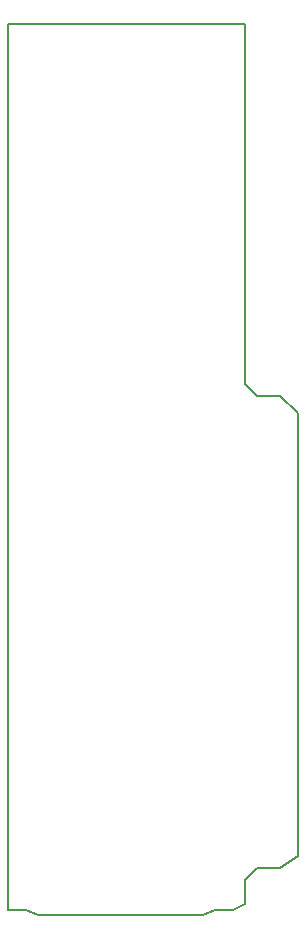
<source format=gbr>
%TF.GenerationSoftware,KiCad,Pcbnew,8.0.6*%
%TF.CreationDate,2025-01-13T22:39:12+01:00*%
%TF.ProjectId,senec-c,73656e65-632d-4632-9e6b-696361645f70,rev?*%
%TF.SameCoordinates,Original*%
%TF.FileFunction,Profile,NP*%
%FSLAX46Y46*%
G04 Gerber Fmt 4.6, Leading zero omitted, Abs format (unit mm)*
G04 Created by KiCad (PCBNEW 8.0.6) date 2025-01-13 22:39:12*
%MOMM*%
%LPD*%
G01*
G04 APERTURE LIST*
%TA.AperFunction,Profile*%
%ADD10C,0.200000*%
%TD*%
G04 APERTURE END LIST*
D10*
X194500000Y-72500000D02*
X195500000Y-73500000D01*
X197500000Y-73500000D01*
X199000000Y-75000000D01*
X199000000Y-112500000D01*
X197500000Y-113500000D01*
X195500000Y-113500000D01*
X194500000Y-114500000D01*
X194500000Y-116500000D01*
X193500000Y-117000000D01*
X192000000Y-117000000D01*
X191000000Y-117500000D01*
X177000000Y-117500000D01*
X176000000Y-117000000D01*
X174500000Y-117000000D01*
X174500000Y-42000000D01*
X194500000Y-42000000D01*
X194500000Y-72500000D01*
M02*

</source>
